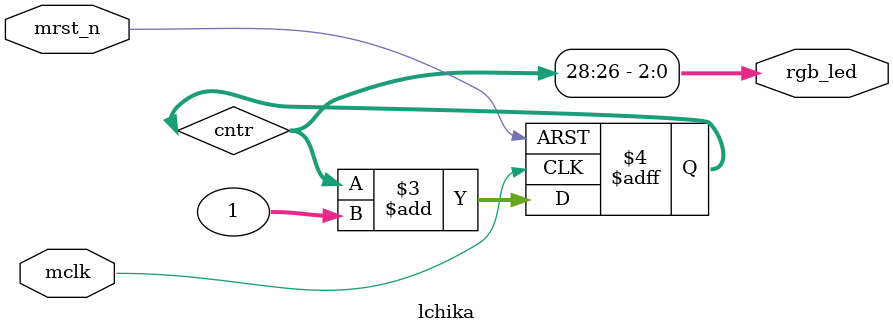
<source format=v>
/*
 * My RISC-V RV32I CPU
 *   async fido
 *    Verilog code
 * @auther		Yoshiki Kurokawa <yoshiki.k963@gmail.com>
 * @copylight	2024 Yoshiki Kurokawa
 * @license		https://opensource.org/licenses/MIT     MIT license
 * @version		0.1
 */

module lchika (
	input mclk,
	input mrst_n,
	output [2:0] rgb_led

	);

reg [31:0] cntr;

always @ (posedge mclk or negedge mrst_n) begin
	if (~mrst_n)
		cntr  <= 32'd0;
	else
		cntr  <= cntr + 32'd1;
end

assign rgb_led = cntr[28:26];

endmodule

</source>
